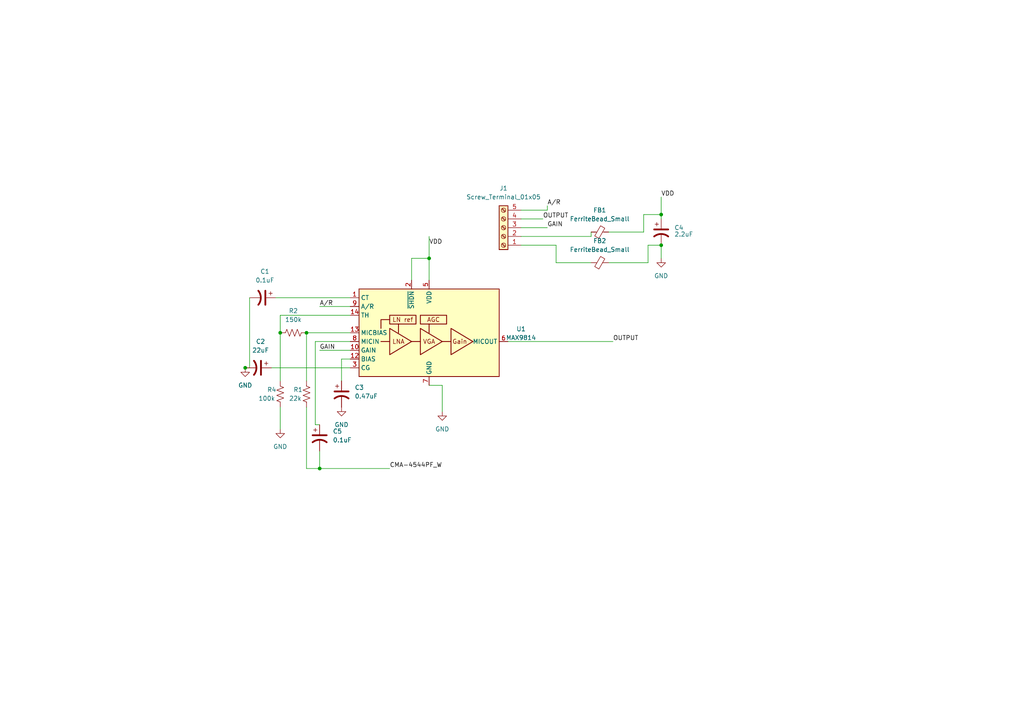
<source format=kicad_sch>
(kicad_sch (version 20230121) (generator eeschema)
  (paper "A4")
  (lib_symbols
    (symbol "Amplifier_Audio:MAX9814"
      (property "Reference" "U" (at -20.32 13.97 0))
      (property "Value" "MAX9814" (at 11.43 13.97 0))
      (symbol "MAX9814_0_0"
        (rectangle (start -11.43 5.08) (end -3.81 2.54) (stroke (width 0.254)))
        (rectangle (start -2.54 5.08) (end 5.08 2.54) (stroke (width 0.254)))
        (polyline (pts (xy -11.43 -2.54) (xy -13.97 -2.54)) (stroke (width 0.254)))
        (polyline (pts (xy -8.89 2.54) (xy -8.89 0)) (stroke (width 0.254)))
        (polyline (pts (xy -2.54 -2.54) (xy -5.08 -2.54)) (stroke (width 0.254)))
        (polyline (pts (xy 0 2.54) (xy 0 0)) (stroke (width 0.254)))
        (polyline (pts (xy 3.81 -2.54) (xy 6.35 -2.54)) (stroke (width 0.254)))
        (polyline (pts (xy -11.43 3.81) (xy -13.97 3.81) (xy -13.97 1.27)) (stroke (width 0.254)))
        (polyline (pts (xy -5.08 -2.54) (xy -11.43 1.27) (xy -11.43 -6.35) (xy -5.08 -2.54)) (stroke (width 0.254)))
        (polyline (pts (xy 3.81 -2.54) (xy -2.54 1.27) (xy -2.54 -6.35) (xy 3.81 -2.54)) (stroke (width 0.254)))
        (polyline (pts (xy 12.7 -2.54) (xy 6.35 1.27) (xy 6.35 -6.35) (xy 12.7 -2.54)) (stroke (width 0.254)))
        (text "AGC" (at 1.27 3.81 0) (effects (font (size 1.27 1.27))))
        (text "Gain" (at 8.89 -2.54 0) (effects (font (size 1.27 1.27))))
        (text "LN ref" (at -7.62 3.81 0) (effects (font (size 1.27 1.27))))
        (text "LNA" (at -8.89 -2.54 0) (effects (font (size 1.27 1.27))))
        (text "VGA" (at 0 -2.54 0) (effects (font (size 1.27 1.27))))
      )
      (symbol "MAX9814_0_1"
        (rectangle (start -20.32 12.7) (end 20.32 -12.7) (stroke (width 0.254)) (fill (type background)))
      )
      (symbol "MAX9814_1_1"
        (pin input line (at -22.86 10.16 0) (length 2.54) (name "CT") (number "1"))
        (pin input line (at -22.86 -5.08 0) (length 2.54) (name "GAIN") (number "10"))
        (pin passive line (at 0 -15.24 90) (length 2.54) hide (name "GND") (number "11"))
        (pin passive line (at -22.86 -7.62 0) (length 2.54) (name "BIAS") (number "12"))
        (pin output line (at -22.86 0 0) (length 2.54) (name "MICBIAS") (number "13"))
        (pin input line (at -22.86 5.08 0) (length 2.54) (name "TH") (number "14"))
        (pin passive line (at 0 -15.24 90) (length 2.54) hide (name "GND") (number "15"))
        (pin input line (at -5.08 15.24 270) (length 2.54) (name "~{SHDN}") (number "2"))
        (pin passive line (at -22.86 -10.16 0) (length 2.54) (name "CG") (number "3"))
        (pin passive line (at 0 -15.24 90) (length 2.54) hide (name "GND") (number "4"))
        (pin power_in line (at 0 15.24 270) (length 2.54) (name "VDD") (number "5"))
        (pin output line (at 22.86 -2.54 180) (length 2.54) (name "MICOUT") (number "6"))
        (pin power_in line (at 0 -15.24 90) (length 2.54) (name "GND") (number "7"))
        (pin input line (at -22.86 -2.54 0) (length 2.54) (name "MICIN") (number "8"))
        (pin input line (at -22.86 7.62 0) (length 2.54) (name "A/R") (number "9"))
      )
    )
    (symbol "Connector:Screw_Terminal_01x05" (pin_names (offset 1.016) hide)
      (property "Reference" "J" (at 0 7.62 0))
      (property "Value" "Screw_Terminal_01x05" (at 0 -7.62 0))
      (symbol "Screw_Terminal_01x05_1_1"
        (rectangle (start -1.27 6.35) (end 1.27 -6.35) (stroke (width 0.254)) (fill (type background)))
        (circle (center 0 -5.08) (radius 0.635) (stroke (width 0.1524)))
        (circle (center 0 -2.54) (radius 0.635) (stroke (width 0.1524)))
        (polyline (pts (xy -0.5334 -4.7498) (xy 0.3302 -5.588)) (stroke (width 0.1524)))
        (polyline (pts (xy -0.5334 -2.2098) (xy 0.3302 -3.048)) (stroke (width 0.1524)))
        (polyline (pts (xy -0.5334 0.3302) (xy 0.3302 -0.508)) (stroke (width 0.1524)))
        (polyline (pts (xy -0.5334 2.8702) (xy 0.3302 2.032)) (stroke (width 0.1524)))
        (polyline (pts (xy -0.5334 5.4102) (xy 0.3302 4.572)) (stroke (width 0.1524)))
        (polyline (pts (xy -0.3556 -4.572) (xy 0.508 -5.4102)) (stroke (width 0.1524)))
        (polyline (pts (xy -0.3556 -2.032) (xy 0.508 -2.8702)) (stroke (width 0.1524)))
        (polyline (pts (xy -0.3556 0.508) (xy 0.508 -0.3302)) (stroke (width 0.1524)))
        (polyline (pts (xy -0.3556 3.048) (xy 0.508 2.2098)) (stroke (width 0.1524)))
        (polyline (pts (xy -0.3556 5.588) (xy 0.508 4.7498)) (stroke (width 0.1524)))
        (circle (center 0 0) (radius 0.635) (stroke (width 0.1524)))
        (circle (center 0 2.54) (radius 0.635) (stroke (width 0.1524)))
        (circle (center 0 5.08) (radius 0.635) (stroke (width 0.1524)))
        (pin passive line (at -5.08 5.08 0) (length 3.81) (name "Pin_1") (number "1"))
        (pin passive line (at -5.08 2.54 0) (length 3.81) (name "Pin_2") (number "2"))
        (pin passive line (at -5.08 0 0) (length 3.81) (name "Pin_3") (number "3"))
        (pin passive line (at -5.08 -2.54 0) (length 3.81) (name "Pin_4") (number "4"))
        (pin passive line (at -5.08 -5.08 0) (length 3.81) (name "Pin_5") (number "5"))
      )
    )
    (symbol "Device:C_Polarized_US" (pin_numbers hide) (pin_names (offset 0.254) hide)
      (property "Reference" "C" (at 0.635 2.54 0))
      (property "Value" "C_Polarized_US" (at 0.635 -2.54 0))
      (symbol "C_Polarized_US_0_1"
        (polyline (pts (xy -2.032 0.762) (xy 2.032 0.762)) (stroke (width 0.508)))
        (polyline (pts (xy -1.778 2.286) (xy -0.762 2.286)))
        (polyline (pts (xy -1.27 1.778) (xy -1.27 2.794)))
        (arc (start 2.032 -1.27) (mid 0 -0.5572) (end -2.032 -1.27) (stroke (width 0.508)))
      )
      (symbol "C_Polarized_US_1_1"
        (pin passive line (at 0 3.81 270) (length 2.794) (name "~") (number "1"))
        (pin passive line (at 0 -3.81 90) (length 3.302) (name "~") (number "2"))
      )
    )
    (symbol "Device:FerriteBead_Small" (pin_numbers hide) (pin_names (offset 0))
      (property "Reference" "FB" (at 1.905 1.27 0))
      (property "Value" "FerriteBead_Small" (at 1.905 -1.27 0))
      (symbol "FerriteBead_Small_0_1"
        (polyline (pts (xy 0 -1.27) (xy 0 -0.7874)))
        (polyline (pts (xy 0 0.889) (xy 0 1.2954)))
        (polyline (pts (xy -1.8288 0.2794) (xy -1.1176 1.4986) (xy 1.8288 -0.2032) (xy 1.1176 -1.4224) (xy -1.8288 0.2794)))
      )
      (symbol "FerriteBead_Small_1_1"
        (pin passive line (at 0 2.54 270) (length 1.27) (name "~") (number "1"))
        (pin passive line (at 0 -2.54 90) (length 1.27) (name "~") (number "2"))
      )
    )
    (symbol "Device:R_US" (pin_numbers hide) (pin_names (offset 0))
      (property "Reference" "R" (at 2.54 0 90))
      (property "Value" "R_US" (at -2.54 0 90))
      (symbol "R_US_0_1"
        (polyline (pts (xy 0 -2.286) (xy 0 -2.54)))
        (polyline (pts (xy 0 2.286) (xy 0 2.54)))
        (polyline (pts (xy 0 -0.762) (xy 1.016 -1.143) (xy 0 -1.524) (xy -1.016 -1.905) (xy 0 -2.286)))
        (polyline (pts (xy 0 0.762) (xy 1.016 0.381) (xy 0 0) (xy -1.016 -0.381) (xy 0 -0.762)))
        (polyline (pts (xy 0 2.286) (xy 1.016 1.905) (xy 0 1.524) (xy -1.016 1.143) (xy 0 0.762)))
      )
      (symbol "R_US_1_1"
        (pin passive line (at 0 3.81 270) (length 1.27) (name "~") (number "1"))
        (pin passive line (at 0 -3.81 90) (length 1.27) (name "~") (number "2"))
      )
    )
    (symbol "power:GND" (power) (pin_names (offset 0))
      (property "Value" "GND" (at 0 -3.81 0))
      (symbol "GND_0_1"
        (polyline (pts (xy 0 0) (xy 0 -1.27) (xy 1.27 -1.27) (xy 0 -2.54) (xy -1.27 -1.27) (xy 0 -1.27)))
      )
      (symbol "GND_1_1"
        (pin power_in line (at 0 0 270) (length 0) hide (name "GND") (number "1"))
      )
    )
  )
  (junction (at 191.77 62.23))
  (junction (at 71.12 106.68))
  (junction (at 81.28 96.52))
  (junction (at 88.9 96.52))
  (junction (at 124.46 74.93))
  (junction (at 92.71 135.89))
  (junction (at 191.77 71.12))
  (wire (pts (xy 171.45 68.58) (xy 171.45 67.31)))
  (wire (pts (xy 161.29 76.2) (xy 171.45 76.2)))
  (wire (pts (xy 92.71 101.6) (xy 101.6 101.6)))
  (wire (pts (xy 88.9 96.52) (xy 88.9 110.49)))
  (wire (pts (xy 151.13 66.04) (xy 158.75 66.04)))
  (wire (pts (xy 88.9 118.11) (xy 88.9 135.89)))
  (wire (pts (xy 151.13 60.96) (xy 158.75 60.96)))
  (wire (pts (xy 101.6 104.14) (xy 99.06 104.14)))
  (wire (pts (xy 88.9 96.52) (xy 101.6 96.52)))
  (wire (pts (xy 151.13 63.5) (xy 157.48 63.5)))
  (wire (pts (xy 119.38 74.93) (xy 124.46 74.93)))
  (wire (pts (xy 119.38 81.28) (xy 119.38 74.93)))
  (wire (pts (xy 191.77 62.23) (xy 191.77 63.5)))
  (wire (pts (xy 91.44 99.06) (xy 91.44 123.19)))
  (wire (pts (xy 161.29 71.12) (xy 161.29 76.2)))
  (wire (pts (xy 91.44 123.19) (xy 92.71 123.19)))
  (wire (pts (xy 151.13 71.12) (xy 161.29 71.12)))
  (wire (pts (xy 92.71 135.89) (xy 113.03 135.89)))
  (wire (pts (xy 101.6 99.06) (xy 91.44 99.06)))
  (wire (pts (xy 147.32 99.06) (xy 177.8 99.06)))
  (wire (pts (xy 186.69 67.31) (xy 186.69 62.23)))
  (wire (pts (xy 80.01 86.36) (xy 101.6 86.36)))
  (wire (pts (xy 72.39 86.36) (xy 72.39 106.68)))
  (wire (pts (xy 124.46 68.58) (xy 124.46 74.93)))
  (wire (pts (xy 191.77 57.15) (xy 191.77 62.23)))
  (wire (pts (xy 81.28 96.52) (xy 81.28 110.49)))
  (wire (pts (xy 92.71 135.89) (xy 92.71 130.81)))
  (wire (pts (xy 187.96 71.12) (xy 191.77 71.12)))
  (wire (pts (xy 78.74 106.68) (xy 101.6 106.68)))
  (wire (pts (xy 88.9 135.89) (xy 92.71 135.89)))
  (wire (pts (xy 176.53 76.2) (xy 187.96 76.2)))
  (wire (pts (xy 81.28 91.44) (xy 81.28 96.52)))
  (wire (pts (xy 128.27 111.76) (xy 124.46 111.76)))
  (wire (pts (xy 151.13 68.58) (xy 171.45 68.58)))
  (wire (pts (xy 99.06 104.14) (xy 99.06 110.49)))
  (wire (pts (xy 81.28 91.44) (xy 101.6 91.44)))
  (wire (pts (xy 176.53 67.31) (xy 186.69 67.31)))
  (wire (pts (xy 158.75 59.69) (xy 158.75 60.96)))
  (wire (pts (xy 124.46 74.93) (xy 124.46 81.28)))
  (wire (pts (xy 81.28 118.11) (xy 81.28 124.46)))
  (wire (pts (xy 187.96 76.2) (xy 187.96 71.12)))
  (wire (pts (xy 92.71 88.9) (xy 101.6 88.9)))
  (wire (pts (xy 191.77 71.12) (xy 191.77 74.93)))
  (wire (pts (xy 186.69 62.23) (xy 191.77 62.23)))
  (wire (pts (xy 128.27 119.38) (xy 128.27 111.76)))
  (wire (pts (xy 72.39 106.68) (xy 71.12 106.68)))
  (label "OUTPUT" (at 177.8 99.06 0))
  (label "GAIN" (at 92.71 101.6 0))
  (label "GAIN" (at 158.75 66.04 0))
  (label "VDD" (at 191.77 57.15 0))
  (label "A{slash}R" (at 92.71 88.9 0))
  (label "A{slash}R" (at 158.75 59.69 0))
  (label "VDD" (at 124.46 71.12 0))
  (label "OUTPUT" (at 157.48 63.5 0))
  (label "CMA-4544PF_W" (at 113.03 135.89 0))
  (symbol (lib_id "Device:C_Polarized_US") (at 99.06 114.3 0) (unit 1)
    (property "Reference" "C3" (at 102.87 112.395 0) (effects (justify left)))
    (property "Value" "0.47uF" (at 102.87 114.935 0) (effects (justify left)))
  )
  (symbol (lib_id "Device:R_US") (at 85.09 96.52 90) (unit 1)
    (property "Reference" "R2" (at 85.09 90.17 90))
    (property "Value" "150k" (at 85.09 92.71 90))
  )
  (symbol (lib_id "power:GND") (at 191.77 74.93 0) (unit 1)
    (property "Reference" "#PWR05" (effects hide))
    (property "Value" "GND" (at 191.77 80.01 0))
  )
  (symbol (lib_id "Device:R_US") (at 81.28 114.3 0) (unit 1)
    (property "Reference" "R4" (at 77.47 113.03 0) (effects (justify left)))
    (property "Value" "100k" (at 74.93 115.57 0) (effects (justify left)))
  )
  (symbol (lib_id "power:GND") (at 128.27 119.38 0) (unit 1)
    (property "Reference" "#PWR02" (effects hide))
    (property "Value" "GND" (at 128.27 124.46 0))
  )
  (symbol (lib_id "power:GND") (at 99.06 118.11 0) (unit 1)
    (property "Reference" "#PWR03" (effects hide))
    (property "Value" "GND" (at 99.06 123.19 0))
  )
  (symbol (lib_id "power:GND") (at 81.28 124.46 0) (unit 1)
    (property "Reference" "#PWR04" (effects hide))
    (property "Value" "GND" (at 81.28 129.54 0))
  )
  (symbol (lib_id "Device:C_Polarized_US") (at 191.77 67.31 0) (unit 1)
    (property "Reference" "C4" (at 195.58 66.04 0) (effects (justify left)))
    (property "Value" "2.2uF" (at 195.58 67.945 0) (effects (justify left)))
  )
  (symbol (lib_id "Connector:Screw_Terminal_01x05") (at 146.05 66.04 180) (unit 1)
    (property "Reference" "J1" (at 146.05 54.61 0))
    (property "Value" "Screw_Terminal_01x05" (at 146.05 57.15 0))
  )
  (symbol (lib_id "power:GND") (at 71.12 106.68 0) (unit 1)
    (property "Reference" "#PWR01" (effects hide))
    (property "Value" "GND" (at 71.12 111.76 0))
  )
  (symbol (lib_id "Device:C_Polarized_US") (at 76.2 86.36 270) (unit 1)
    (property "Reference" "C1" (at 76.835 78.74 90))
    (property "Value" "0.1uF" (at 76.835 81.28 90))
  )
  (symbol (lib_id "Amplifier_Audio:MAX9814") (at 124.46 96.52 0) (unit 1)
    (property "Reference" "U1" (at 151.13 95.4121 0))
    (property "Value" "MAX9814" (at 151.13 97.9521 0))
    (property "Footprint" "Package_DFN_QFN:DFN-14-1EP_3x3mm_P0.4mm_EP1.78x2.35mm" (effects hide))
    (property "Datasheet" "https://datasheets.maximintegrated.com/en/ds/MAX9814.pdf" (effects hide))
  )
  (symbol (lib_id "Device:FerriteBead_Small") (at 173.99 76.2 90) (unit 1)
    (property "Reference" "FB2" (at 173.9519 69.85 90))
    (property "Value" "FerriteBead_Small" (at 173.9519 72.39 90))
  )
  (symbol (lib_id "Device:FerriteBead_Small") (at 173.99 67.31 90) (unit 1)
    (property "Reference" "FB1" (at 173.9519 60.96 90))
    (property "Value" "FerriteBead_Small" (at 173.9519 63.5 90))
  )
  (symbol (lib_id "Device:R_US") (at 88.9 114.3 0) (unit 1)
    (property "Reference" "R1" (at 85.09 113.03 0) (effects (justify left)))
    (property "Value" "22k" (at 83.82 115.57 0) (effects (justify left)))
  )
  (symbol (lib_id "Device:C_Polarized_US") (at 92.71 127 0) (unit 1)
    (property "Reference" "C5" (at 96.52 125.095 0) (effects (justify left)))
    (property "Value" "0.1uF" (at 96.52 127.635 0) (effects (justify left)))
  )
  (symbol (lib_id "Device:C_Polarized_US") (at 74.93 106.68 270) (unit 1)
    (property "Reference" "C2" (at 75.565 99.06 90))
    (property "Value" "22uF" (at 75.565 101.6 90))
  )
)
</source>
